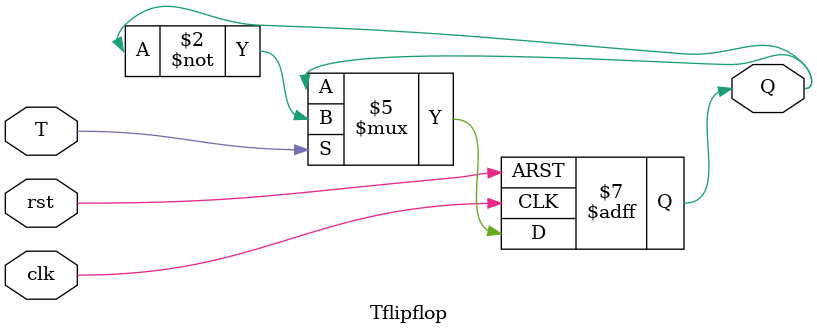
<source format=v>
module Tflipflop(
    input  wire clk, rst, T,
    output reg Q 	  
);

  initial begin
     Q<=1'b0;
	 end
  
  
	 always @(posedge clk or posedge rst) begin
	
        if (rst)
            Q <= 1'b0;       // Reset
        else if (T)
            Q <= ~Q;         // Toggle if T=1
        else
            Q <= Q;          // Hold if T=0
    end
endmodule

</source>
